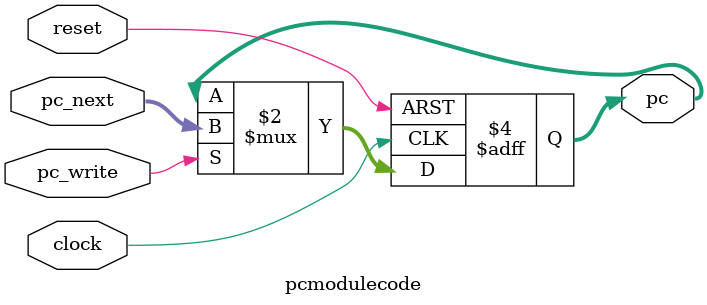
<source format=v>
`timescale 1ns / 1ps

module pcmodulecode(
input wire clock,
input wire reset,
input wire pc_write,
input wire[7:0] pc_next,
output reg [7:0] pc
  );

always @(posedge clock or posedge reset) 
begin
  if (reset)
     pc <= 8'h00;

  else if (pc_write)
     pc <= pc_next;

end

endmodule

</source>
